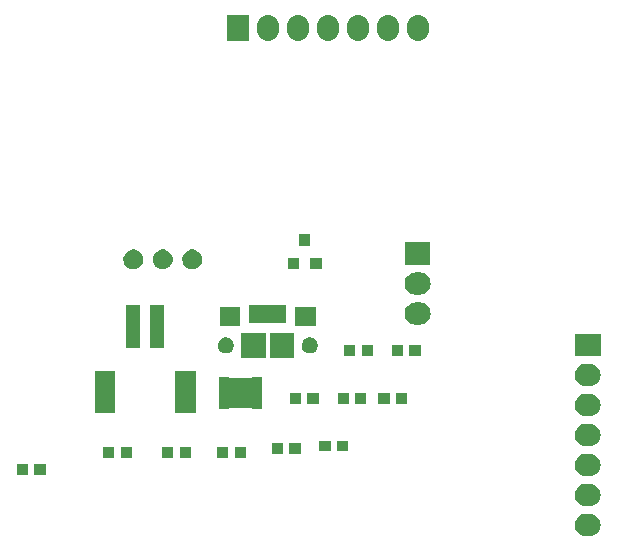
<source format=gts>
%TF.GenerationSoftware,KiCad,Pcbnew,4.0.5-e0-6337~49~ubuntu16.04.1*%
%TF.CreationDate,2017-07-20T08:52:04-07:00*%
%TF.ProjectId,stns01-battery-mgmt-breakout,73746E7330312D626174746572792D6D,1.0*%
%TF.FileFunction,Soldermask,Top*%
%FSLAX46Y46*%
G04 Gerber Fmt 4.6, Leading zero omitted, Abs format (unit mm)*
G04 Created by KiCad (PCBNEW 4.0.5-e0-6337~49~ubuntu16.04.1) date Thu Jul 20 08:52:04 2017*
%MOMM*%
%LPD*%
G01*
G04 APERTURE LIST*
%ADD10C,0.350000*%
G04 APERTURE END LIST*
D10*
G36*
X106018749Y-64750277D02*
X106018754Y-64750278D01*
X106020807Y-64750292D01*
X106203080Y-64770737D01*
X106377912Y-64826197D01*
X106538641Y-64914558D01*
X106679146Y-65032456D01*
X106794076Y-65175400D01*
X106879052Y-65337945D01*
X106930839Y-65513899D01*
X106930843Y-65513940D01*
X106930844Y-65513944D01*
X106947463Y-65696558D01*
X106929648Y-65866056D01*
X106928290Y-65878973D01*
X106874052Y-66054187D01*
X106786815Y-66215529D01*
X106669900Y-66356855D01*
X106527762Y-66472779D01*
X106365815Y-66558888D01*
X106190226Y-66611902D01*
X106007685Y-66629800D01*
X105692283Y-66629800D01*
X105681251Y-66629723D01*
X105681246Y-66629722D01*
X105679193Y-66629708D01*
X105496920Y-66609263D01*
X105322088Y-66553803D01*
X105161359Y-66465442D01*
X105020854Y-66347544D01*
X104905924Y-66204600D01*
X104820948Y-66042055D01*
X104769161Y-65866101D01*
X104769157Y-65866060D01*
X104769156Y-65866056D01*
X104752537Y-65683442D01*
X104771705Y-65501074D01*
X104771710Y-65501027D01*
X104825948Y-65325813D01*
X104913185Y-65164471D01*
X105030100Y-65023145D01*
X105172238Y-64907221D01*
X105334185Y-64821112D01*
X105509774Y-64768098D01*
X105692315Y-64750200D01*
X106007717Y-64750200D01*
X106018749Y-64750277D01*
X106018749Y-64750277D01*
G37*
G36*
X106018749Y-62210277D02*
X106018754Y-62210278D01*
X106020807Y-62210292D01*
X106203080Y-62230737D01*
X106377912Y-62286197D01*
X106538641Y-62374558D01*
X106679146Y-62492456D01*
X106794076Y-62635400D01*
X106879052Y-62797945D01*
X106930839Y-62973899D01*
X106930843Y-62973940D01*
X106930844Y-62973944D01*
X106947463Y-63156558D01*
X106929648Y-63326056D01*
X106928290Y-63338973D01*
X106874052Y-63514187D01*
X106786815Y-63675529D01*
X106669900Y-63816855D01*
X106527762Y-63932779D01*
X106365815Y-64018888D01*
X106190226Y-64071902D01*
X106007685Y-64089800D01*
X105692283Y-64089800D01*
X105681251Y-64089723D01*
X105681246Y-64089722D01*
X105679193Y-64089708D01*
X105496920Y-64069263D01*
X105322088Y-64013803D01*
X105161359Y-63925442D01*
X105020854Y-63807544D01*
X104905924Y-63664600D01*
X104820948Y-63502055D01*
X104769161Y-63326101D01*
X104769157Y-63326060D01*
X104769156Y-63326056D01*
X104752537Y-63143442D01*
X104771705Y-62961074D01*
X104771710Y-62961027D01*
X104825948Y-62785813D01*
X104913185Y-62624471D01*
X105030100Y-62483145D01*
X105172238Y-62367221D01*
X105334185Y-62281112D01*
X105509774Y-62228098D01*
X105692315Y-62210200D01*
X106007717Y-62210200D01*
X106018749Y-62210277D01*
X106018749Y-62210277D01*
G37*
G36*
X106018749Y-59670277D02*
X106018754Y-59670278D01*
X106020807Y-59670292D01*
X106203080Y-59690737D01*
X106377912Y-59746197D01*
X106538641Y-59834558D01*
X106679146Y-59952456D01*
X106794076Y-60095400D01*
X106879052Y-60257945D01*
X106930839Y-60433899D01*
X106930843Y-60433940D01*
X106930844Y-60433944D01*
X106947463Y-60616558D01*
X106929648Y-60786056D01*
X106928290Y-60798973D01*
X106874052Y-60974187D01*
X106786815Y-61135529D01*
X106669900Y-61276855D01*
X106527762Y-61392779D01*
X106365815Y-61478888D01*
X106190226Y-61531902D01*
X106007685Y-61549800D01*
X105692283Y-61549800D01*
X105681251Y-61549723D01*
X105681246Y-61549722D01*
X105679193Y-61549708D01*
X105496920Y-61529263D01*
X105322088Y-61473803D01*
X105161359Y-61385442D01*
X105020854Y-61267544D01*
X104905924Y-61124600D01*
X104820948Y-60962055D01*
X104769161Y-60786101D01*
X104769157Y-60786060D01*
X104769156Y-60786056D01*
X104752537Y-60603442D01*
X104771705Y-60421074D01*
X104771710Y-60421027D01*
X104825948Y-60245813D01*
X104913185Y-60084471D01*
X105030100Y-59943145D01*
X105172238Y-59827221D01*
X105334185Y-59741112D01*
X105509774Y-59688098D01*
X105692315Y-59670200D01*
X106007717Y-59670200D01*
X106018749Y-59670277D01*
X106018749Y-59670277D01*
G37*
G36*
X59968295Y-61480201D02*
X59015895Y-61480201D01*
X59015895Y-60577801D01*
X59968295Y-60577801D01*
X59968295Y-61480201D01*
X59968295Y-61480201D01*
G37*
G36*
X58468295Y-61480201D02*
X57515895Y-61480201D01*
X57515895Y-60577801D01*
X58468295Y-60577801D01*
X58468295Y-61480201D01*
X58468295Y-61480201D01*
G37*
G36*
X67258771Y-60010201D02*
X66306371Y-60010201D01*
X66306371Y-59107801D01*
X67258771Y-59107801D01*
X67258771Y-60010201D01*
X67258771Y-60010201D01*
G37*
G36*
X65758771Y-60010201D02*
X64806371Y-60010201D01*
X64806371Y-59107801D01*
X65758771Y-59107801D01*
X65758771Y-60010201D01*
X65758771Y-60010201D01*
G37*
G36*
X76911628Y-60010201D02*
X75959228Y-60010201D01*
X75959228Y-59107801D01*
X76911628Y-59107801D01*
X76911628Y-60010201D01*
X76911628Y-60010201D01*
G37*
G36*
X75411628Y-60010201D02*
X74459228Y-60010201D01*
X74459228Y-59107801D01*
X75411628Y-59107801D01*
X75411628Y-60010201D01*
X75411628Y-60010201D01*
G37*
G36*
X72261628Y-60010201D02*
X71309228Y-60010201D01*
X71309228Y-59107801D01*
X72261628Y-59107801D01*
X72261628Y-60010201D01*
X72261628Y-60010201D01*
G37*
G36*
X70761628Y-60010201D02*
X69809228Y-60010201D01*
X69809228Y-59107801D01*
X70761628Y-59107801D01*
X70761628Y-60010201D01*
X70761628Y-60010201D01*
G37*
G36*
X81547201Y-59712201D02*
X80594801Y-59712201D01*
X80594801Y-58809801D01*
X81547201Y-58809801D01*
X81547201Y-59712201D01*
X81547201Y-59712201D01*
G37*
G36*
X80047201Y-59712201D02*
X79094801Y-59712201D01*
X79094801Y-58809801D01*
X80047201Y-58809801D01*
X80047201Y-59712201D01*
X80047201Y-59712201D01*
G37*
G36*
X84085201Y-59480201D02*
X83132801Y-59480201D01*
X83132801Y-58577801D01*
X84085201Y-58577801D01*
X84085201Y-59480201D01*
X84085201Y-59480201D01*
G37*
G36*
X85585201Y-59480201D02*
X84632801Y-59480201D01*
X84632801Y-58577801D01*
X85585201Y-58577801D01*
X85585201Y-59480201D01*
X85585201Y-59480201D01*
G37*
G36*
X106018749Y-57130277D02*
X106018754Y-57130278D01*
X106020807Y-57130292D01*
X106203080Y-57150737D01*
X106377912Y-57206197D01*
X106538641Y-57294558D01*
X106679146Y-57412456D01*
X106794076Y-57555400D01*
X106879052Y-57717945D01*
X106930839Y-57893899D01*
X106930843Y-57893940D01*
X106930844Y-57893944D01*
X106947463Y-58076558D01*
X106929648Y-58246056D01*
X106928290Y-58258973D01*
X106874052Y-58434187D01*
X106786815Y-58595529D01*
X106669900Y-58736855D01*
X106527762Y-58852779D01*
X106365815Y-58938888D01*
X106190226Y-58991902D01*
X106007685Y-59009800D01*
X105692283Y-59009800D01*
X105681251Y-59009723D01*
X105681246Y-59009722D01*
X105679193Y-59009708D01*
X105496920Y-58989263D01*
X105322088Y-58933803D01*
X105161359Y-58845442D01*
X105020854Y-58727544D01*
X104905924Y-58584600D01*
X104820948Y-58422055D01*
X104769161Y-58246101D01*
X104769157Y-58246060D01*
X104769156Y-58246056D01*
X104752537Y-58063442D01*
X104771705Y-57881074D01*
X104771710Y-57881027D01*
X104825948Y-57705813D01*
X104913185Y-57544471D01*
X105030100Y-57403145D01*
X105172238Y-57287221D01*
X105334185Y-57201112D01*
X105509774Y-57148098D01*
X105692315Y-57130200D01*
X106007717Y-57130200D01*
X106018749Y-57130277D01*
X106018749Y-57130277D01*
G37*
G36*
X106018749Y-54590277D02*
X106018754Y-54590278D01*
X106020807Y-54590292D01*
X106203080Y-54610737D01*
X106377912Y-54666197D01*
X106538641Y-54754558D01*
X106679146Y-54872456D01*
X106794076Y-55015400D01*
X106879052Y-55177945D01*
X106930839Y-55353899D01*
X106930843Y-55353940D01*
X106930844Y-55353944D01*
X106947463Y-55536558D01*
X106929648Y-55706056D01*
X106928290Y-55718973D01*
X106874052Y-55894187D01*
X106786815Y-56055529D01*
X106669900Y-56196855D01*
X106527762Y-56312779D01*
X106365815Y-56398888D01*
X106190226Y-56451902D01*
X106007685Y-56469800D01*
X105692283Y-56469800D01*
X105681251Y-56469723D01*
X105681246Y-56469722D01*
X105679193Y-56469708D01*
X105496920Y-56449263D01*
X105322088Y-56393803D01*
X105161359Y-56305442D01*
X105020854Y-56187544D01*
X104905924Y-56044600D01*
X104820948Y-55882055D01*
X104769161Y-55706101D01*
X104769157Y-55706060D01*
X104769156Y-55706056D01*
X104752537Y-55523442D01*
X104771705Y-55341074D01*
X104771710Y-55341027D01*
X104825948Y-55165813D01*
X104913185Y-55004471D01*
X105030100Y-54863145D01*
X105172238Y-54747221D01*
X105334185Y-54661112D01*
X105509774Y-54608098D01*
X105692315Y-54590200D01*
X106007717Y-54590200D01*
X106018749Y-54590277D01*
X106018749Y-54590277D01*
G37*
G36*
X65855601Y-56230201D02*
X64103201Y-56230201D01*
X64103201Y-52677801D01*
X65855601Y-52677801D01*
X65855601Y-56230201D01*
X65855601Y-56230201D01*
G37*
G36*
X72655601Y-56230201D02*
X70903201Y-56230201D01*
X70903201Y-52677801D01*
X72655601Y-52677801D01*
X72655601Y-56230201D01*
X72655601Y-56230201D01*
G37*
G36*
X75489724Y-53228201D02*
X75491735Y-53242354D01*
X75497610Y-53255385D01*
X75506882Y-53266265D01*
X75518818Y-53274130D01*
X75532473Y-53278359D01*
X75540524Y-53279001D01*
X77386524Y-53279001D01*
X77400677Y-53276990D01*
X77413708Y-53271115D01*
X77424588Y-53261843D01*
X77432453Y-53249907D01*
X77436682Y-53236252D01*
X77437324Y-53228201D01*
X77437324Y-53219001D01*
X78289724Y-53219001D01*
X78289724Y-55871401D01*
X77437324Y-55871401D01*
X77437324Y-55862201D01*
X77435313Y-55848048D01*
X77429438Y-55835017D01*
X77420166Y-55824137D01*
X77408230Y-55816272D01*
X77394575Y-55812043D01*
X77386524Y-55811401D01*
X75540524Y-55811401D01*
X75526371Y-55813412D01*
X75513340Y-55819287D01*
X75502460Y-55828559D01*
X75494595Y-55840495D01*
X75490366Y-55854150D01*
X75489724Y-55862201D01*
X75489724Y-55871401D01*
X74637324Y-55871401D01*
X74637324Y-53219001D01*
X75489724Y-53219001D01*
X75489724Y-53228201D01*
X75489724Y-53228201D01*
G37*
G36*
X90575201Y-55430201D02*
X89622801Y-55430201D01*
X89622801Y-54527801D01*
X90575201Y-54527801D01*
X90575201Y-55430201D01*
X90575201Y-55430201D01*
G37*
G36*
X87125201Y-55430201D02*
X86172801Y-55430201D01*
X86172801Y-54527801D01*
X87125201Y-54527801D01*
X87125201Y-55430201D01*
X87125201Y-55430201D01*
G37*
G36*
X89075201Y-55430201D02*
X88122801Y-55430201D01*
X88122801Y-54527801D01*
X89075201Y-54527801D01*
X89075201Y-55430201D01*
X89075201Y-55430201D01*
G37*
G36*
X83071628Y-55430201D02*
X82119228Y-55430201D01*
X82119228Y-54527801D01*
X83071628Y-54527801D01*
X83071628Y-55430201D01*
X83071628Y-55430201D01*
G37*
G36*
X81571628Y-55430201D02*
X80619228Y-55430201D01*
X80619228Y-54527801D01*
X81571628Y-54527801D01*
X81571628Y-55430201D01*
X81571628Y-55430201D01*
G37*
G36*
X85625201Y-55430201D02*
X84672801Y-55430201D01*
X84672801Y-54527801D01*
X85625201Y-54527801D01*
X85625201Y-55430201D01*
X85625201Y-55430201D01*
G37*
G36*
X106018749Y-52050277D02*
X106018754Y-52050278D01*
X106020807Y-52050292D01*
X106203080Y-52070737D01*
X106377912Y-52126197D01*
X106538641Y-52214558D01*
X106679146Y-52332456D01*
X106794076Y-52475400D01*
X106879052Y-52637945D01*
X106930839Y-52813899D01*
X106930843Y-52813940D01*
X106930844Y-52813944D01*
X106947463Y-52996558D01*
X106929648Y-53166056D01*
X106928290Y-53178973D01*
X106874052Y-53354187D01*
X106786815Y-53515529D01*
X106669900Y-53656855D01*
X106527762Y-53772779D01*
X106365815Y-53858888D01*
X106190226Y-53911902D01*
X106007685Y-53929800D01*
X105692283Y-53929800D01*
X105681251Y-53929723D01*
X105681246Y-53929722D01*
X105679193Y-53929708D01*
X105496920Y-53909263D01*
X105322088Y-53853803D01*
X105161359Y-53765442D01*
X105020854Y-53647544D01*
X104905924Y-53504600D01*
X104820948Y-53342055D01*
X104769161Y-53166101D01*
X104769157Y-53166060D01*
X104769156Y-53166056D01*
X104752537Y-52983442D01*
X104771705Y-52801074D01*
X104771710Y-52801027D01*
X104825948Y-52625813D01*
X104913185Y-52464471D01*
X105030100Y-52323145D01*
X105172238Y-52207221D01*
X105334185Y-52121112D01*
X105509774Y-52068098D01*
X105692315Y-52050200D01*
X106007717Y-52050200D01*
X106018749Y-52050277D01*
X106018749Y-52050277D01*
G37*
G36*
X78585201Y-51541401D02*
X76532801Y-51541401D01*
X76532801Y-49489001D01*
X78585201Y-49489001D01*
X78585201Y-51541401D01*
X78585201Y-51541401D01*
G37*
G36*
X80985201Y-51541401D02*
X78932801Y-51541401D01*
X78932801Y-49489001D01*
X80985201Y-49489001D01*
X80985201Y-51541401D01*
X80985201Y-51541401D01*
G37*
G36*
X106942200Y-51389800D02*
X104757800Y-51389800D01*
X104757800Y-49510200D01*
X106942200Y-49510200D01*
X106942200Y-51389800D01*
X106942200Y-51389800D01*
G37*
G36*
X91715201Y-51380201D02*
X90762801Y-51380201D01*
X90762801Y-50477801D01*
X91715201Y-50477801D01*
X91715201Y-51380201D01*
X91715201Y-51380201D01*
G37*
G36*
X86161628Y-51380201D02*
X85209228Y-51380201D01*
X85209228Y-50477801D01*
X86161628Y-50477801D01*
X86161628Y-51380201D01*
X86161628Y-51380201D01*
G37*
G36*
X87661628Y-51380201D02*
X86709228Y-51380201D01*
X86709228Y-50477801D01*
X87661628Y-50477801D01*
X87661628Y-51380201D01*
X87661628Y-51380201D01*
G37*
G36*
X90215201Y-51380201D02*
X89262801Y-51380201D01*
X89262801Y-50477801D01*
X90215201Y-50477801D01*
X90215201Y-51380201D01*
X90215201Y-51380201D01*
G37*
G36*
X82380029Y-49839449D02*
X82509923Y-49866113D01*
X82632178Y-49917504D01*
X82742116Y-49991658D01*
X82835553Y-50085750D01*
X82908942Y-50196209D01*
X82959476Y-50318813D01*
X82985163Y-50448542D01*
X82985163Y-50448557D01*
X82985230Y-50448896D01*
X82983115Y-50600361D01*
X82983039Y-50600695D01*
X82983039Y-50600708D01*
X82953737Y-50729679D01*
X82899802Y-50850820D01*
X82823360Y-50959183D01*
X82727327Y-51050634D01*
X82615361Y-51121690D01*
X82491723Y-51169646D01*
X82361132Y-51192673D01*
X82228548Y-51189895D01*
X82099032Y-51161420D01*
X81977511Y-51108328D01*
X81868622Y-51032648D01*
X81776503Y-50937257D01*
X81704666Y-50825787D01*
X81655847Y-50702485D01*
X81631910Y-50572060D01*
X81633761Y-50439462D01*
X81661333Y-50309747D01*
X81713572Y-50187862D01*
X81788494Y-50078443D01*
X81883242Y-49985659D01*
X81994200Y-49913049D01*
X82117158Y-49863371D01*
X82247416Y-49838524D01*
X82380029Y-49839449D01*
X82380029Y-49839449D01*
G37*
G36*
X75280029Y-49839449D02*
X75409923Y-49866113D01*
X75532178Y-49917504D01*
X75642116Y-49991658D01*
X75735553Y-50085750D01*
X75808942Y-50196209D01*
X75859476Y-50318813D01*
X75885163Y-50448542D01*
X75885163Y-50448557D01*
X75885230Y-50448896D01*
X75883115Y-50600361D01*
X75883039Y-50600695D01*
X75883039Y-50600708D01*
X75853737Y-50729679D01*
X75799802Y-50850820D01*
X75723360Y-50959183D01*
X75627327Y-51050634D01*
X75515361Y-51121690D01*
X75391723Y-51169646D01*
X75261132Y-51192673D01*
X75128548Y-51189895D01*
X74999032Y-51161420D01*
X74877511Y-51108328D01*
X74768622Y-51032648D01*
X74676503Y-50937257D01*
X74604666Y-50825787D01*
X74555847Y-50702485D01*
X74531910Y-50572060D01*
X74533761Y-50439462D01*
X74561333Y-50309747D01*
X74613572Y-50187862D01*
X74688494Y-50078443D01*
X74783242Y-49985659D01*
X74894200Y-49913049D01*
X75017158Y-49863371D01*
X75147416Y-49838524D01*
X75280029Y-49839449D01*
X75280029Y-49839449D01*
G37*
G36*
X67955601Y-50730201D02*
X66803201Y-50730201D01*
X66803201Y-47077801D01*
X67955601Y-47077801D01*
X67955601Y-50730201D01*
X67955601Y-50730201D01*
G37*
G36*
X69955601Y-50730201D02*
X68803201Y-50730201D01*
X68803201Y-47077801D01*
X69955601Y-47077801D01*
X69955601Y-50730201D01*
X69955601Y-50730201D01*
G37*
G36*
X82835201Y-48841401D02*
X81082801Y-48841401D01*
X81082801Y-47289001D01*
X82835201Y-47289001D01*
X82835201Y-48841401D01*
X82835201Y-48841401D01*
G37*
G36*
X76435201Y-48841401D02*
X74682801Y-48841401D01*
X74682801Y-47289001D01*
X76435201Y-47289001D01*
X76435201Y-48841401D01*
X76435201Y-48841401D01*
G37*
G36*
X91617749Y-46869678D02*
X91617754Y-46869679D01*
X91619807Y-46869693D01*
X91802080Y-46890138D01*
X91976912Y-46945598D01*
X92137641Y-47033959D01*
X92278146Y-47151857D01*
X92393076Y-47294801D01*
X92478052Y-47457346D01*
X92529839Y-47633300D01*
X92529843Y-47633341D01*
X92529844Y-47633345D01*
X92546463Y-47815959D01*
X92528648Y-47985457D01*
X92527290Y-47998374D01*
X92473052Y-48173588D01*
X92385815Y-48334930D01*
X92268900Y-48476256D01*
X92126762Y-48592180D01*
X91964815Y-48678289D01*
X91789226Y-48731303D01*
X91606685Y-48749201D01*
X91291283Y-48749201D01*
X91280251Y-48749124D01*
X91280246Y-48749123D01*
X91278193Y-48749109D01*
X91095920Y-48728664D01*
X90921088Y-48673204D01*
X90760359Y-48584843D01*
X90619854Y-48466945D01*
X90504924Y-48324001D01*
X90419948Y-48161456D01*
X90368161Y-47985502D01*
X90368157Y-47985461D01*
X90368156Y-47985457D01*
X90351537Y-47802843D01*
X90370705Y-47620475D01*
X90370710Y-47620428D01*
X90424948Y-47445214D01*
X90512185Y-47283872D01*
X90629100Y-47142546D01*
X90771238Y-47026622D01*
X90933185Y-46940513D01*
X91108774Y-46887499D01*
X91291315Y-46869601D01*
X91606717Y-46869601D01*
X91617749Y-46869678D01*
X91617749Y-46869678D01*
G37*
G36*
X80335201Y-48591401D02*
X77182801Y-48591401D01*
X77182801Y-47089001D01*
X80335201Y-47089001D01*
X80335201Y-48591401D01*
X80335201Y-48591401D01*
G37*
G36*
X91617749Y-44329678D02*
X91617754Y-44329679D01*
X91619807Y-44329693D01*
X91802080Y-44350138D01*
X91976912Y-44405598D01*
X92137641Y-44493959D01*
X92278146Y-44611857D01*
X92393076Y-44754801D01*
X92478052Y-44917346D01*
X92529839Y-45093300D01*
X92529843Y-45093341D01*
X92529844Y-45093345D01*
X92546463Y-45275959D01*
X92528648Y-45445457D01*
X92527290Y-45458374D01*
X92473052Y-45633588D01*
X92385815Y-45794930D01*
X92268900Y-45936256D01*
X92126762Y-46052180D01*
X91964815Y-46138289D01*
X91789226Y-46191303D01*
X91606685Y-46209201D01*
X91291283Y-46209201D01*
X91280251Y-46209124D01*
X91280246Y-46209123D01*
X91278193Y-46209109D01*
X91095920Y-46188664D01*
X90921088Y-46133204D01*
X90760359Y-46044843D01*
X90619854Y-45926945D01*
X90504924Y-45784001D01*
X90419948Y-45621456D01*
X90368161Y-45445502D01*
X90368157Y-45445461D01*
X90368156Y-45445457D01*
X90351537Y-45262843D01*
X90370705Y-45080475D01*
X90370710Y-45080428D01*
X90424948Y-44905214D01*
X90512185Y-44743872D01*
X90629100Y-44602546D01*
X90771238Y-44486622D01*
X90933185Y-44400513D01*
X91108774Y-44347499D01*
X91291315Y-44329601D01*
X91606717Y-44329601D01*
X91617749Y-44329678D01*
X91617749Y-44329678D01*
G37*
G36*
X72451564Y-42386678D02*
X72612579Y-42419730D01*
X72764122Y-42483432D01*
X72900394Y-42575350D01*
X73016227Y-42691993D01*
X73107189Y-42828903D01*
X73169831Y-42980884D01*
X73201689Y-43141777D01*
X73201689Y-43141787D01*
X73201757Y-43142131D01*
X73199136Y-43329884D01*
X73199058Y-43330227D01*
X73199058Y-43330230D01*
X73162718Y-43490182D01*
X73095861Y-43640346D01*
X73001105Y-43774668D01*
X72882066Y-43888029D01*
X72743274Y-43976109D01*
X72590020Y-44035552D01*
X72428140Y-44064096D01*
X72263794Y-44060653D01*
X72103249Y-44025356D01*
X71952615Y-43959545D01*
X71817639Y-43865734D01*
X71703451Y-43747489D01*
X71614404Y-43609315D01*
X71553890Y-43456474D01*
X71524218Y-43294802D01*
X71526512Y-43130437D01*
X71560690Y-42969647D01*
X71625444Y-42818561D01*
X71718315Y-42682928D01*
X71835758Y-42567919D01*
X71973307Y-42477909D01*
X72125718Y-42416331D01*
X72287183Y-42385530D01*
X72451564Y-42386678D01*
X72451564Y-42386678D01*
G37*
G36*
X69962364Y-42386678D02*
X70123379Y-42419730D01*
X70274922Y-42483432D01*
X70411194Y-42575350D01*
X70527027Y-42691993D01*
X70617989Y-42828903D01*
X70680631Y-42980884D01*
X70712489Y-43141777D01*
X70712489Y-43141787D01*
X70712557Y-43142131D01*
X70709936Y-43329884D01*
X70709858Y-43330227D01*
X70709858Y-43330230D01*
X70673518Y-43490182D01*
X70606661Y-43640346D01*
X70511905Y-43774668D01*
X70392866Y-43888029D01*
X70254074Y-43976109D01*
X70100820Y-44035552D01*
X69938940Y-44064096D01*
X69774594Y-44060653D01*
X69614049Y-44025356D01*
X69463415Y-43959545D01*
X69328439Y-43865734D01*
X69214251Y-43747489D01*
X69125204Y-43609315D01*
X69064690Y-43456474D01*
X69035018Y-43294802D01*
X69037312Y-43130437D01*
X69071490Y-42969647D01*
X69136244Y-42818561D01*
X69229115Y-42682928D01*
X69346558Y-42567919D01*
X69484107Y-42477909D01*
X69636518Y-42416331D01*
X69797983Y-42385530D01*
X69962364Y-42386678D01*
X69962364Y-42386678D01*
G37*
G36*
X67473164Y-42386678D02*
X67634179Y-42419730D01*
X67785722Y-42483432D01*
X67921994Y-42575350D01*
X68037827Y-42691993D01*
X68128789Y-42828903D01*
X68191431Y-42980884D01*
X68223289Y-43141777D01*
X68223289Y-43141787D01*
X68223357Y-43142131D01*
X68220736Y-43329884D01*
X68220658Y-43330227D01*
X68220658Y-43330230D01*
X68184318Y-43490182D01*
X68117461Y-43640346D01*
X68022705Y-43774668D01*
X67903666Y-43888029D01*
X67764874Y-43976109D01*
X67611620Y-44035552D01*
X67449740Y-44064096D01*
X67285394Y-44060653D01*
X67124849Y-44025356D01*
X66974215Y-43959545D01*
X66839239Y-43865734D01*
X66725051Y-43747489D01*
X66636004Y-43609315D01*
X66575490Y-43456474D01*
X66545818Y-43294802D01*
X66548112Y-43130437D01*
X66582290Y-42969647D01*
X66647044Y-42818561D01*
X66739915Y-42682928D01*
X66857358Y-42567919D01*
X66994907Y-42477909D01*
X67147318Y-42416331D01*
X67308783Y-42385530D01*
X67473164Y-42386678D01*
X67473164Y-42386678D01*
G37*
G36*
X83332155Y-44056011D02*
X82379655Y-44056011D01*
X82379655Y-43103511D01*
X83332155Y-43103511D01*
X83332155Y-44056011D01*
X83332155Y-44056011D01*
G37*
G36*
X81432155Y-44056011D02*
X80479655Y-44056011D01*
X80479655Y-43103511D01*
X81432155Y-43103511D01*
X81432155Y-44056011D01*
X81432155Y-44056011D01*
G37*
G36*
X92541200Y-43669201D02*
X90356800Y-43669201D01*
X90356800Y-41789601D01*
X92541200Y-41789601D01*
X92541200Y-43669201D01*
X92541200Y-43669201D01*
G37*
G36*
X82382155Y-42057031D02*
X81429655Y-42057031D01*
X81429655Y-41104531D01*
X82382155Y-41104531D01*
X82382155Y-42057031D01*
X82382155Y-42057031D01*
G37*
G36*
X91678926Y-22571705D02*
X91678973Y-22571710D01*
X91854187Y-22625948D01*
X92015529Y-22713185D01*
X92156855Y-22830100D01*
X92272779Y-22972238D01*
X92358888Y-23134185D01*
X92411902Y-23309774D01*
X92429800Y-23492315D01*
X92429800Y-23807717D01*
X92429723Y-23818749D01*
X92429722Y-23818754D01*
X92429708Y-23820807D01*
X92409263Y-24003080D01*
X92353803Y-24177912D01*
X92265442Y-24338641D01*
X92147544Y-24479146D01*
X92004600Y-24594076D01*
X91842055Y-24679052D01*
X91666101Y-24730839D01*
X91666060Y-24730843D01*
X91666056Y-24730844D01*
X91483442Y-24747463D01*
X91301074Y-24728295D01*
X91301027Y-24728290D01*
X91125813Y-24674052D01*
X90964471Y-24586815D01*
X90823145Y-24469900D01*
X90707221Y-24327762D01*
X90621112Y-24165815D01*
X90568098Y-23990226D01*
X90550200Y-23807685D01*
X90550200Y-23492283D01*
X90550277Y-23481251D01*
X90550278Y-23481246D01*
X90550292Y-23479193D01*
X90570737Y-23296920D01*
X90626197Y-23122088D01*
X90714558Y-22961359D01*
X90832456Y-22820854D01*
X90975400Y-22705924D01*
X91137945Y-22620948D01*
X91313899Y-22569161D01*
X91313940Y-22569157D01*
X91313944Y-22569156D01*
X91496558Y-22552537D01*
X91678926Y-22571705D01*
X91678926Y-22571705D01*
G37*
G36*
X78978926Y-22571705D02*
X78978973Y-22571710D01*
X79154187Y-22625948D01*
X79315529Y-22713185D01*
X79456855Y-22830100D01*
X79572779Y-22972238D01*
X79658888Y-23134185D01*
X79711902Y-23309774D01*
X79729800Y-23492315D01*
X79729800Y-23807717D01*
X79729723Y-23818749D01*
X79729722Y-23818754D01*
X79729708Y-23820807D01*
X79709263Y-24003080D01*
X79653803Y-24177912D01*
X79565442Y-24338641D01*
X79447544Y-24479146D01*
X79304600Y-24594076D01*
X79142055Y-24679052D01*
X78966101Y-24730839D01*
X78966060Y-24730843D01*
X78966056Y-24730844D01*
X78783442Y-24747463D01*
X78601074Y-24728295D01*
X78601027Y-24728290D01*
X78425813Y-24674052D01*
X78264471Y-24586815D01*
X78123145Y-24469900D01*
X78007221Y-24327762D01*
X77921112Y-24165815D01*
X77868098Y-23990226D01*
X77850200Y-23807685D01*
X77850200Y-23492283D01*
X77850277Y-23481251D01*
X77850278Y-23481246D01*
X77850292Y-23479193D01*
X77870737Y-23296920D01*
X77926197Y-23122088D01*
X78014558Y-22961359D01*
X78132456Y-22820854D01*
X78275400Y-22705924D01*
X78437945Y-22620948D01*
X78613899Y-22569161D01*
X78613940Y-22569157D01*
X78613944Y-22569156D01*
X78796558Y-22552537D01*
X78978926Y-22571705D01*
X78978926Y-22571705D01*
G37*
G36*
X81518926Y-22571705D02*
X81518973Y-22571710D01*
X81694187Y-22625948D01*
X81855529Y-22713185D01*
X81996855Y-22830100D01*
X82112779Y-22972238D01*
X82198888Y-23134185D01*
X82251902Y-23309774D01*
X82269800Y-23492315D01*
X82269800Y-23807717D01*
X82269723Y-23818749D01*
X82269722Y-23818754D01*
X82269708Y-23820807D01*
X82249263Y-24003080D01*
X82193803Y-24177912D01*
X82105442Y-24338641D01*
X81987544Y-24479146D01*
X81844600Y-24594076D01*
X81682055Y-24679052D01*
X81506101Y-24730839D01*
X81506060Y-24730843D01*
X81506056Y-24730844D01*
X81323442Y-24747463D01*
X81141074Y-24728295D01*
X81141027Y-24728290D01*
X80965813Y-24674052D01*
X80804471Y-24586815D01*
X80663145Y-24469900D01*
X80547221Y-24327762D01*
X80461112Y-24165815D01*
X80408098Y-23990226D01*
X80390200Y-23807685D01*
X80390200Y-23492283D01*
X80390277Y-23481251D01*
X80390278Y-23481246D01*
X80390292Y-23479193D01*
X80410737Y-23296920D01*
X80466197Y-23122088D01*
X80554558Y-22961359D01*
X80672456Y-22820854D01*
X80815400Y-22705924D01*
X80977945Y-22620948D01*
X81153899Y-22569161D01*
X81153940Y-22569157D01*
X81153944Y-22569156D01*
X81336558Y-22552537D01*
X81518926Y-22571705D01*
X81518926Y-22571705D01*
G37*
G36*
X84058926Y-22571705D02*
X84058973Y-22571710D01*
X84234187Y-22625948D01*
X84395529Y-22713185D01*
X84536855Y-22830100D01*
X84652779Y-22972238D01*
X84738888Y-23134185D01*
X84791902Y-23309774D01*
X84809800Y-23492315D01*
X84809800Y-23807717D01*
X84809723Y-23818749D01*
X84809722Y-23818754D01*
X84809708Y-23820807D01*
X84789263Y-24003080D01*
X84733803Y-24177912D01*
X84645442Y-24338641D01*
X84527544Y-24479146D01*
X84384600Y-24594076D01*
X84222055Y-24679052D01*
X84046101Y-24730839D01*
X84046060Y-24730843D01*
X84046056Y-24730844D01*
X83863442Y-24747463D01*
X83681074Y-24728295D01*
X83681027Y-24728290D01*
X83505813Y-24674052D01*
X83344471Y-24586815D01*
X83203145Y-24469900D01*
X83087221Y-24327762D01*
X83001112Y-24165815D01*
X82948098Y-23990226D01*
X82930200Y-23807685D01*
X82930200Y-23492283D01*
X82930277Y-23481251D01*
X82930278Y-23481246D01*
X82930292Y-23479193D01*
X82950737Y-23296920D01*
X83006197Y-23122088D01*
X83094558Y-22961359D01*
X83212456Y-22820854D01*
X83355400Y-22705924D01*
X83517945Y-22620948D01*
X83693899Y-22569161D01*
X83693940Y-22569157D01*
X83693944Y-22569156D01*
X83876558Y-22552537D01*
X84058926Y-22571705D01*
X84058926Y-22571705D01*
G37*
G36*
X86598926Y-22571705D02*
X86598973Y-22571710D01*
X86774187Y-22625948D01*
X86935529Y-22713185D01*
X87076855Y-22830100D01*
X87192779Y-22972238D01*
X87278888Y-23134185D01*
X87331902Y-23309774D01*
X87349800Y-23492315D01*
X87349800Y-23807717D01*
X87349723Y-23818749D01*
X87349722Y-23818754D01*
X87349708Y-23820807D01*
X87329263Y-24003080D01*
X87273803Y-24177912D01*
X87185442Y-24338641D01*
X87067544Y-24479146D01*
X86924600Y-24594076D01*
X86762055Y-24679052D01*
X86586101Y-24730839D01*
X86586060Y-24730843D01*
X86586056Y-24730844D01*
X86403442Y-24747463D01*
X86221074Y-24728295D01*
X86221027Y-24728290D01*
X86045813Y-24674052D01*
X85884471Y-24586815D01*
X85743145Y-24469900D01*
X85627221Y-24327762D01*
X85541112Y-24165815D01*
X85488098Y-23990226D01*
X85470200Y-23807685D01*
X85470200Y-23492283D01*
X85470277Y-23481251D01*
X85470278Y-23481246D01*
X85470292Y-23479193D01*
X85490737Y-23296920D01*
X85546197Y-23122088D01*
X85634558Y-22961359D01*
X85752456Y-22820854D01*
X85895400Y-22705924D01*
X86057945Y-22620948D01*
X86233899Y-22569161D01*
X86233940Y-22569157D01*
X86233944Y-22569156D01*
X86416558Y-22552537D01*
X86598926Y-22571705D01*
X86598926Y-22571705D01*
G37*
G36*
X89138926Y-22571705D02*
X89138973Y-22571710D01*
X89314187Y-22625948D01*
X89475529Y-22713185D01*
X89616855Y-22830100D01*
X89732779Y-22972238D01*
X89818888Y-23134185D01*
X89871902Y-23309774D01*
X89889800Y-23492315D01*
X89889800Y-23807717D01*
X89889723Y-23818749D01*
X89889722Y-23818754D01*
X89889708Y-23820807D01*
X89869263Y-24003080D01*
X89813803Y-24177912D01*
X89725442Y-24338641D01*
X89607544Y-24479146D01*
X89464600Y-24594076D01*
X89302055Y-24679052D01*
X89126101Y-24730839D01*
X89126060Y-24730843D01*
X89126056Y-24730844D01*
X88943442Y-24747463D01*
X88761074Y-24728295D01*
X88761027Y-24728290D01*
X88585813Y-24674052D01*
X88424471Y-24586815D01*
X88283145Y-24469900D01*
X88167221Y-24327762D01*
X88081112Y-24165815D01*
X88028098Y-23990226D01*
X88010200Y-23807685D01*
X88010200Y-23492283D01*
X88010277Y-23481251D01*
X88010278Y-23481246D01*
X88010292Y-23479193D01*
X88030737Y-23296920D01*
X88086197Y-23122088D01*
X88174558Y-22961359D01*
X88292456Y-22820854D01*
X88435400Y-22705924D01*
X88597945Y-22620948D01*
X88773899Y-22569161D01*
X88773940Y-22569157D01*
X88773944Y-22569156D01*
X88956558Y-22552537D01*
X89138926Y-22571705D01*
X89138926Y-22571705D01*
G37*
G36*
X77189800Y-24742200D02*
X75310200Y-24742200D01*
X75310200Y-22557800D01*
X77189800Y-22557800D01*
X77189800Y-24742200D01*
X77189800Y-24742200D01*
G37*
M02*

</source>
